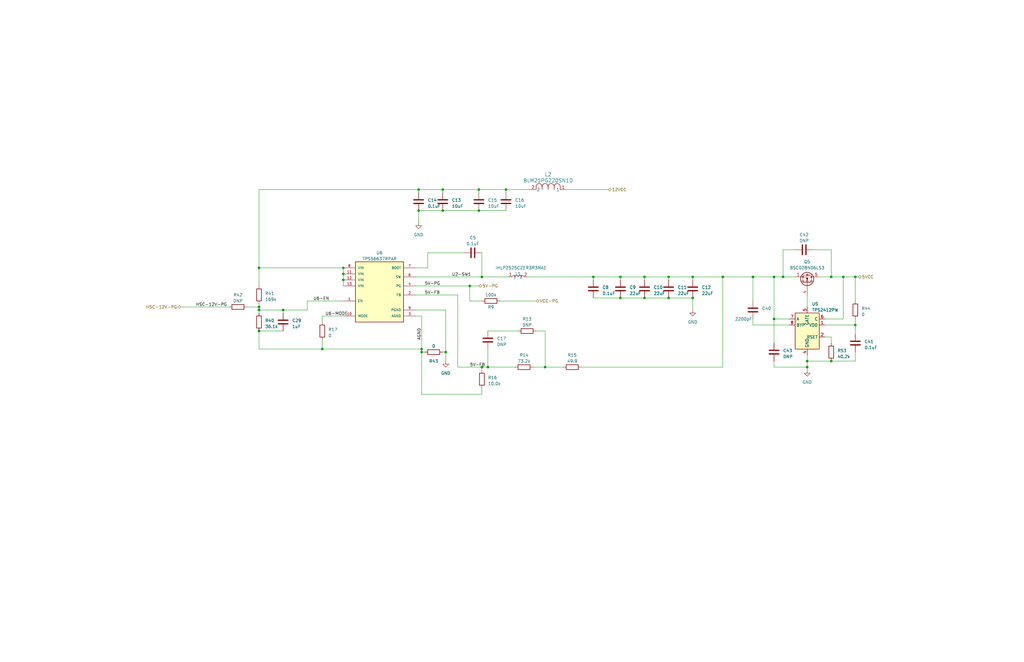
<source format=kicad_sch>
(kicad_sch (version 20231120) (generator "eeschema") (generator_version "8.0")
  (paper "B")
  (title_block (title "RP-PSC-FIXTURE") (date "2024-05-28") (rev "0") (company "TB4L") (comment 1 "hoangp@") (comment 2 "Confidential"))
  (lib_symbols
    (symbol "Device:C" (pin_numbers hide) (pin_names (offset 0.254))
      (property "Reference" "C" (at 0.635 2.54 0))
      (property "Value" "C" (at 0.635 -2.54 0))
      (symbol "C_0_1"
        (polyline (pts (xy -2.032 -0.762) (xy 2.032 -0.762)) (stroke (width 0.508)))
        (polyline (pts (xy -2.032 0.762) (xy 2.032 0.762)) (stroke (width 0.508)))
      )
      (symbol "C_1_1"
        (pin passive line (at 0 3.81 270) (length 2.794) (name "~") (number "1"))
        (pin passive line (at 0 -3.81 90) (length 2.794) (name "~") (number "2"))
      )
    )
    (symbol "Device:R" (pin_numbers hide) (pin_names (offset 0))
      (property "Reference" "R" (at 2.032 0 90))
      (property "Value" "R" (at 0 0 90))
      (symbol "R_0_1"
        (rectangle (start -1.016 -2.54) (end 1.016 2.54) (stroke (width 0.254)))
      )
      (symbol "R_1_1"
        (pin passive line (at 0 3.81 270) (length 1.27) (name "~") (number "1"))
        (pin passive line (at 0 -3.81 90) (length 1.27) (name "~") (number "2"))
      )
    )
    (symbol "Power_Management:TPS2412PW"
      (property "Reference" "U" (at -5.08 8.89 0))
      (property "Value" "TPS2412PW" (at 5.08 8.89 0))
      (symbol "TPS2412PW_0_1"
        (rectangle (start -5.08 7.62) (end 5.08 -7.62) (stroke (width 0.254)) (fill (type background)))
      )
      (symbol "TPS2412PW_1_1"
        (pin power_in line (at 7.62 2.54 180) (length 2.54) (name "VDD") (number "1"))
        (pin passive line (at 7.62 -2.54 180) (length 2.54) (name "RSET") (number "2"))
        (pin passive line (at 0 -10.16 90) (length 2.54) hide (name "GND") (number "3"))
        (pin power_in line (at 0 -10.16 90) (length 2.54) (name "GND") (number "4"))
        (pin output line (at 0 10.16 270) (length 2.54) (name "GATE") (number "5"))
        (pin input line (at 7.62 5.08 180) (length 2.54) (name "C") (number "6"))
        (pin input line (at -7.62 5.08 0) (length 2.54) (name "A") (number "7"))
        (pin passive line (at -7.62 2.54 0) (length 2.54) (name "BYP") (number "8"))
      )
    )
    (symbol "Transistor_FET:BSC028N06LS3" (pin_names hide)
      (property "Reference" "Q" (at 5.08 1.905 0))
      (property "Value" "BSC028N06LS3" (at 5.08 0 0))
      (symbol "BSC028N06LS3_0_1"
        (polyline (pts (xy 0.254 0) (xy -2.54 0)))
        (polyline (pts (xy 0.254 1.905) (xy 0.254 -1.905)) (stroke (width 0.254)))
        (polyline (pts (xy 0.762 -1.27) (xy 0.762 -2.286)) (stroke (width 0.254)))
        (polyline (pts (xy 0.762 0.508) (xy 0.762 -0.508)) (stroke (width 0.254)))
        (polyline (pts (xy 0.762 2.286) (xy 0.762 1.27)) (stroke (width 0.254)))
        (polyline (pts (xy 2.54 2.54) (xy 2.54 1.778)))
        (polyline (pts (xy 2.54 -2.54) (xy 2.54 0) (xy 0.762 0)))
        (polyline (pts (xy 0.762 -1.778) (xy 3.302 -1.778) (xy 3.302 1.778) (xy 0.762 1.778)))
        (polyline (pts (xy 1.016 0) (xy 2.032 0.381) (xy 2.032 -0.381) (xy 1.016 0)) (fill (type outline)))
        (polyline (pts (xy 2.794 0.508) (xy 2.921 0.381) (xy 3.683 0.381) (xy 3.81 0.254)))
        (polyline (pts (xy 3.302 0.381) (xy 2.921 -0.254) (xy 3.683 -0.254) (xy 3.302 0.381)))
        (circle (center 1.651 0) (radius 2.794) (stroke (width 0.254)))
        (circle (center 2.54 -1.778) (radius 0.254) (fill (type outline)))
        (circle (center 2.54 1.778) (radius 0.254) (fill (type outline)))
      )
      (symbol "BSC028N06LS3_1_1"
        (pin passive line (at 2.54 -5.08 90) (length 2.54) (name "S") (number "1"))
        (pin passive line (at 2.54 -5.08 90) (length 2.54) hide (name "S") (number "2"))
        (pin passive line (at 2.54 -5.08 90) (length 2.54) hide (name "S") (number "3"))
        (pin passive line (at -5.08 0 0) (length 2.54) (name "G") (number "4"))
        (pin passive line (at 2.54 5.08 270) (length 2.54) (name "D") (number "5"))
      )
    )
    (symbol "power:GND" (power) (pin_names (offset 0))
      (property "Value" "GND" (at 0 -3.81 0))
      (symbol "GND_0_1"
        (polyline (pts (xy 0 0) (xy 0 -1.27) (xy 1.27 -1.27) (xy 0 -2.54) (xy -1.27 -1.27) (xy 0 -1.27)))
      )
      (symbol "GND_1_1"
        (pin power_in line (at 0 0 270) (length 0) hide (name "GND") (number "1"))
      )
    )
    (symbol "rp:BLM21PG220SN1D" (pin_names (offset 0.254))
      (property "Reference" "L" (at 6.985 5.08 0))
      (property "Value" "BLM21PG220SN1D" (at 6.985 -2.54 0))
      (symbol "BLM21PG220SN1D_1_1"
        (polyline (pts (xy 2.54 0) (xy 2.54 1.27)) (stroke (width 0.2032)))
        (polyline (pts (xy 5.08 0) (xy 5.08 1.27)) (stroke (width 0.2032)))
        (polyline (pts (xy 7.62 0) (xy 7.62 1.27)) (stroke (width 0.2032)))
        (polyline (pts (xy 10.16 0) (xy 10.16 1.27)) (stroke (width 0.2032)))
        (polyline (pts (xy 12.7 0) (xy 12.7 1.27)) (stroke (width 0.2032)))
        (arc (start 5.08 1.27) (mid 3.81 2.5345) (end 2.54 1.27) (stroke (width 0.2032)))
        (arc (start 7.62 1.27) (mid 6.35 2.5345) (end 5.08 1.27) (stroke (width 0.2032)))
        (arc (start 10.16 1.27) (mid 8.89 2.5345) (end 7.62 1.27) (stroke (width 0.2032)))
        (arc (start 12.7 1.27) (mid 11.43 2.5345) (end 10.16 1.27) (stroke (width 0.2032)))
        (pin unspecified line (at 15.24 0 180) (length 2.54) (name "1") (number "1"))
        (pin unspecified line (at 0 0 0) (length 2.54) (name "2") (number "2"))
      )
      (symbol "BLM21PG220SN1D_1_2"
        (arc (start -1.27 5.08) (mid -2.5345 3.81) (end -1.27 2.54) (stroke (width 0.2032)))
        (arc (start -1.27 7.62) (mid -2.5345 6.35) (end -1.27 5.08) (stroke (width 0.2032)))
        (arc (start -1.27 10.16) (mid -2.5345 8.89) (end -1.27 7.62) (stroke (width 0.2032)))
        (arc (start -1.27 12.7) (mid -2.5345 11.43) (end -1.27 10.16) (stroke (width 0.2032)))
        (polyline (pts (xy 0 2.54) (xy -1.27 2.54)) (stroke (width 0.2032)))
        (polyline (pts (xy 0 5.08) (xy -1.27 5.08)) (stroke (width 0.2032)))
        (polyline (pts (xy 0 7.62) (xy -1.27 7.62)) (stroke (width 0.2032)))
        (polyline (pts (xy 0 10.16) (xy -1.27 10.16)) (stroke (width 0.2032)))
        (polyline (pts (xy 0 12.7) (xy -1.27 12.7)) (stroke (width 0.2032)))
        (pin unspecified line (at 0 15.24 270) (length 2.54) (name "1") (number "1"))
        (pin unspecified line (at 0 0 90) (length 2.54) (name "2") (number "2"))
      )
    )
    (symbol "rp:IHLP2525CZER3R3MA1"
      (property "Reference" "L" (at 0 0 0))
      (symbol "IHLP2525CZER3R3MA1_0_1"
        (arc (start 0 -2.54) (mid 0.6323 -1.905) (end 0 -1.27))
        (arc (start 0 -1.27) (mid 0.6323 -0.635) (end 0 0))
        (arc (start 0 0) (mid 0.6323 0.635) (end 0 1.27))
        (arc (start 0 1.27) (mid 0.6323 1.905) (end 0 2.54))
      )
      (symbol "IHLP2525CZER3R3MA1_1_1"
        (pin passive line (at 0 3.81 270) (length 1.27) (name "1") (number "1"))
        (pin passive line (at 0 -3.81 90) (length 1.27) (name "2") (number "2"))
      )
    )
    (symbol "rp:TPS56637RPAR" (pin_names (offset 1.016))
      (property "Reference" "U" (at -10.16 13.97 0))
      (property "Value" "TPS56637RPAR" (at -10.16 -13.97 0))
      (symbol "TPS56637RPAR_0_0"
        (rectangle (start -10.16 12.7) (end 10.16 -12.7) (stroke (width 0.254)) (fill (type background)))
        (pin input line (at -15.24 -3.81 0) (length 5.08) (name "EN") (number "1"))
        (pin input line (at -15.24 -10.16 0) (length 5.08) (name "MODE") (number "10"))
        (pin input line (at -15.24 7.62 0) (length 5.08) (name "VIN") (number "11"))
        (pin input line (at -15.24 5.08 0) (length 5.08) (name "VIN") (number "12"))
        (pin input line (at -15.24 2.54 0) (length 5.08) (name "VIN") (number "13"))
        (pin input line (at 15.24 -1.27 180) (length 5.08) (name "FB") (number "2"))
        (pin power_in line (at 15.24 -10.16 180) (length 5.08) (name "AGND") (number "3"))
        (pin output line (at 15.24 2.54 180) (length 5.08) (name "PG") (number "4"))
        (pin output line (at 15.24 6.35 180) (length 5.08) (name "SW") (number "6"))
        (pin input line (at 15.24 10.16 180) (length 5.08) (name "BOOT") (number "7"))
        (pin input line (at -15.24 10.16 0) (length 5.08) (name "VIN") (number "8"))
        (pin power_in line (at 15.24 -7.62 180) (length 5.08) (name "PGND") (number "9"))
      )
    )
  )
  (junction (at 326.39 116.84))
  (junction (at 177.8 148.59))
  (junction (at 350.52 116.84))
  (junction (at 304.8 116.84))
  (junction (at 176.53 80.01))
  (junction (at 360.68 116.84))
  (junction (at 340.36 154.94))
  (junction (at 201.93 80.01))
  (junction (at 144.78 113.03))
  (junction (at 261.62 116.84))
  (junction (at 119.38 130.81))
  (junction (at 205.74 154.94))
  (junction (at 177.8 147.32))
  (junction (at 292.1 116.84))
  (junction (at 271.78 116.84))
  (junction (at 360.68 137.16))
  (junction (at 176.53 88.9))
  (junction (at 198.12 120.65))
  (junction (at 109.22 129.54))
  (junction (at 350.52 152.4))
  (junction (at 229.87 154.94))
  (junction (at 144.78 118.11))
  (junction (at 355.6 116.84))
  (junction (at 144.78 115.57))
  (junction (at 292.1 125.73))
  (junction (at 317.5 116.84))
  (junction (at 186.69 88.9))
  (junction (at 203.2 154.94))
  (junction (at 271.78 125.73))
  (junction (at 340.36 152.4))
  (junction (at 261.62 125.73))
  (junction (at 201.93 88.9))
  (junction (at 281.94 116.84))
  (junction (at 281.94 125.73))
  (junction (at 187.96 148.59))
  (junction (at 250.19 116.84))
  (junction (at 186.69 80.01))
  (junction (at 109.22 130.81))
  (junction (at 135.89 147.32))
  (junction (at 213.36 80.01))
  (junction (at 203.2 116.84))
  (junction (at 326.39 134.62))
  (junction (at 109.22 139.7))
  (junction (at 330.2 116.84))
  (junction (at 109.22 113.03))
  (wire (pts (xy 350.52 142.24) (xy 350.52 144.78)))
  (wire (pts (xy 281.94 125.73) (xy 292.1 125.73)))
  (wire (pts (xy 109.22 147.32) (xy 109.22 139.7)))
  (wire (pts (xy 326.39 134.62) (xy 326.39 116.84)))
  (wire (pts (xy 186.69 81.28) (xy 186.69 80.01)))
  (wire (pts (xy 135.89 133.35) (xy 135.89 135.89)))
  (wire (pts (xy 304.8 154.94) (xy 304.8 116.84)))
  (wire (pts (xy 326.39 116.84) (xy 317.5 116.84)))
  (wire (pts (xy 135.89 147.32) (xy 177.8 147.32)))
  (wire (pts (xy 193.04 154.94) (xy 203.2 154.94)))
  (wire (pts (xy 201.93 81.28) (xy 201.93 80.01)))
  (wire (pts (xy 186.69 80.01) (xy 201.93 80.01)))
  (wire (pts (xy 119.38 130.81) (xy 109.22 130.81)))
  (wire (pts (xy 292.1 130.81) (xy 292.1 125.73)))
  (wire (pts (xy 76.2 129.54) (xy 96.52 129.54)))
  (wire (pts (xy 175.26 116.84) (xy 203.2 116.84)))
  (wire (pts (xy 109.22 113.03) (xy 109.22 120.65)))
  (wire (pts (xy 261.62 116.84) (xy 271.78 116.84)))
  (wire (pts (xy 144.78 127) (xy 129.54 127)))
  (wire (pts (xy 350.52 152.4) (xy 340.36 152.4)))
  (wire (pts (xy 340.36 129.54) (xy 340.36 124.46)))
  (wire (pts (xy 109.22 129.54) (xy 109.22 128.27)))
  (wire (pts (xy 326.39 154.94) (xy 340.36 154.94)))
  (wire (pts (xy 360.68 134.62) (xy 360.68 137.16)))
  (wire (pts (xy 345.44 116.84) (xy 350.52 116.84)))
  (wire (pts (xy 177.8 148.59) (xy 177.8 166.37)))
  (wire (pts (xy 347.98 142.24) (xy 350.52 142.24)))
  (wire (pts (xy 187.96 148.59) (xy 187.96 152.4)))
  (wire (pts (xy 203.2 116.84) (xy 203.2 106.68)))
  (wire (pts (xy 186.69 148.59) (xy 187.96 148.59)))
  (wire (pts (xy 326.39 116.84) (xy 330.2 116.84)))
  (wire (pts (xy 250.19 116.84) (xy 261.62 116.84)))
  (wire (pts (xy 317.5 137.16) (xy 317.5 134.62)))
  (wire (pts (xy 317.5 127) (xy 317.5 116.84)))
  (wire (pts (xy 144.78 118.11) (xy 144.78 115.57)))
  (wire (pts (xy 201.93 120.65) (xy 198.12 120.65)))
  (wire (pts (xy 360.68 116.84) (xy 361.95 116.84)))
  (wire (pts (xy 203.2 154.94) (xy 203.2 156.21)))
  (wire (pts (xy 261.62 118.11) (xy 261.62 116.84)))
  (wire (pts (xy 135.89 143.51) (xy 135.89 147.32)))
  (wire (pts (xy 326.39 144.78) (xy 326.39 134.62)))
  (wire (pts (xy 179.07 148.59) (xy 177.8 148.59)))
  (wire (pts (xy 317.5 116.84) (xy 304.8 116.84)))
  (wire (pts (xy 177.8 147.32) (xy 177.8 148.59)))
  (wire (pts (xy 210.82 127) (xy 226.06 127)))
  (wire (pts (xy 330.2 105.41) (xy 330.2 116.84)))
  (wire (pts (xy 203.2 116.84) (xy 214.63 116.84)))
  (wire (pts (xy 175.26 113.03) (xy 180.34 113.03)))
  (wire (pts (xy 360.68 140.97) (xy 360.68 137.16)))
  (wire (pts (xy 326.39 152.4) (xy 326.39 154.94)))
  (wire (pts (xy 109.22 147.32) (xy 135.89 147.32)))
  (wire (pts (xy 292.1 116.84) (xy 292.1 118.11)))
  (wire (pts (xy 180.34 106.68) (xy 195.58 106.68)))
  (wire (pts (xy 360.68 152.4) (xy 350.52 152.4)))
  (wire (pts (xy 223.52 80.01) (xy 213.36 80.01)))
  (wire (pts (xy 330.2 116.84) (xy 335.28 116.84)))
  (wire (pts (xy 177.8 166.37) (xy 203.2 166.37)))
  (wire (pts (xy 144.78 113.03) (xy 109.22 113.03)))
  (wire (pts (xy 180.34 113.03) (xy 180.34 106.68)))
  (wire (pts (xy 144.78 120.65) (xy 144.78 118.11)))
  (wire (pts (xy 198.12 120.65) (xy 198.12 127)))
  (wire (pts (xy 281.94 118.11) (xy 281.94 116.84)))
  (wire (pts (xy 238.76 80.01) (xy 256.54 80.01)))
  (wire (pts (xy 229.87 139.7) (xy 229.87 154.94)))
  (wire (pts (xy 201.93 88.9) (xy 186.69 88.9)))
  (wire (pts (xy 129.54 127) (xy 129.54 130.81)))
  (wire (pts (xy 213.36 88.9) (xy 201.93 88.9)))
  (wire (pts (xy 332.74 134.62) (xy 326.39 134.62)))
  (wire (pts (xy 261.62 125.73) (xy 271.78 125.73)))
  (wire (pts (xy 203.2 163.83) (xy 203.2 166.37)))
  (wire (pts (xy 213.36 81.28) (xy 213.36 80.01)))
  (wire (pts (xy 144.78 115.57) (xy 144.78 113.03)))
  (wire (pts (xy 340.36 152.4) (xy 340.36 154.94)))
  (wire (pts (xy 176.53 88.9) (xy 176.53 93.98)))
  (wire (pts (xy 205.74 147.32) (xy 205.74 154.94)))
  (wire (pts (xy 342.9 105.41) (xy 350.52 105.41)))
  (wire (pts (xy 175.26 120.65) (xy 198.12 120.65)))
  (wire (pts (xy 350.52 116.84) (xy 355.6 116.84)))
  (wire (pts (xy 176.53 80.01) (xy 186.69 80.01)))
  (wire (pts (xy 104.14 129.54) (xy 109.22 129.54)))
  (wire (pts (xy 201.93 80.01) (xy 213.36 80.01)))
  (wire (pts (xy 250.19 125.73) (xy 261.62 125.73)))
  (wire (pts (xy 187.96 130.81) (xy 187.96 148.59)))
  (wire (pts (xy 119.38 132.08) (xy 119.38 130.81)))
  (wire (pts (xy 177.8 133.35) (xy 177.8 147.32)))
  (wire (pts (xy 198.12 127) (xy 203.2 127)))
  (wire (pts (xy 109.22 132.08) (xy 109.22 130.81)))
  (wire (pts (xy 332.74 137.16) (xy 317.5 137.16)))
  (wire (pts (xy 360.68 127) (xy 360.68 116.84)))
  (wire (pts (xy 355.6 116.84) (xy 360.68 116.84)))
  (wire (pts (xy 347.98 134.62) (xy 355.6 134.62)))
  (wire (pts (xy 250.19 118.11) (xy 250.19 116.84)))
  (wire (pts (xy 222.25 116.84) (xy 250.19 116.84)))
  (wire (pts (xy 304.8 116.84) (xy 292.1 116.84)))
  (wire (pts (xy 129.54 130.81) (xy 119.38 130.81)))
  (wire (pts (xy 340.36 149.86) (xy 340.36 152.4)))
  (wire (pts (xy 360.68 148.59) (xy 360.68 152.4)))
  (wire (pts (xy 218.44 139.7) (xy 205.74 139.7)))
  (wire (pts (xy 335.28 105.41) (xy 330.2 105.41)))
  (wire (pts (xy 217.17 154.94) (xy 205.74 154.94)))
  (wire (pts (xy 226.06 139.7) (xy 229.87 139.7)))
  (wire (pts (xy 245.11 154.94) (xy 304.8 154.94)))
  (wire (pts (xy 281.94 116.84) (xy 292.1 116.84)))
  (wire (pts (xy 109.22 80.01) (xy 176.53 80.01)))
  (wire (pts (xy 135.89 133.35) (xy 144.78 133.35)))
  (wire (pts (xy 271.78 125.73) (xy 281.94 125.73)))
  (wire (pts (xy 119.38 139.7) (xy 109.22 139.7)))
  (wire (pts (xy 109.22 130.81) (xy 109.22 129.54)))
  (wire (pts (xy 350.52 105.41) (xy 350.52 116.84)))
  (wire (pts (xy 175.26 130.81) (xy 187.96 130.81)))
  (wire (pts (xy 175.26 124.46) (xy 193.04 124.46)))
  (wire (pts (xy 271.78 116.84) (xy 281.94 116.84)))
  (wire (pts (xy 355.6 134.62) (xy 355.6 116.84)))
  (wire (pts (xy 271.78 118.11) (xy 271.78 116.84)))
  (wire (pts (xy 193.04 124.46) (xy 193.04 154.94)))
  (wire (pts (xy 229.87 154.94) (xy 237.49 154.94)))
  (wire (pts (xy 347.98 137.16) (xy 360.68 137.16)))
  (wire (pts (xy 109.22 80.01) (xy 109.22 113.03)))
  (wire (pts (xy 205.74 154.94) (xy 203.2 154.94)))
  (wire (pts (xy 340.36 154.94) (xy 340.36 156.21)))
  (wire (pts (xy 224.79 154.94) (xy 229.87 154.94)))
  (wire (pts (xy 176.53 81.28) (xy 176.53 80.01)))
  (wire (pts (xy 175.26 133.35) (xy 177.8 133.35)))
  (wire (pts (xy 186.69 88.9) (xy 176.53 88.9)))
  (label "5V-FB" (at 198.12 154.94 0))
  (label "5V-PG" (at 179.07 120.65 0))
  (label "AGND" (at 177.8 143.51 90))
  (label "U6-MODE" (at 137.16 133.35 0))
  (label "U2-SW1" (at 190.5 116.84 0))
  (label "5V-FB" (at 179.07 124.46 0))
  (label "U6-EN" (at 132.08 127 0))
  (label "HSC-12V-PG" (at 82.55 129.54 0))
  (hierarchical_label "5V-PG" (shape bidirectional) (at 201.93 120.65 0))
  (hierarchical_label "HSC-12V-PG" (shape bidirectional) (at 76.2 129.54 180))
  (hierarchical_label "12VCC" (shape bidirectional) (at 256.54 80.01 0))
  (hierarchical_label "VCC-PG" (shape bidirectional) (at 226.06 127 0))
  (hierarchical_label "5VCC" (shape bidirectional) (at 361.95 116.84 0))
  (symbol (lib_id "power:GND") (at 340.36 156.21 0) (unit 1)
    (property "Reference" "#PWR044" (effects (hide yes)))
    (property "Value" "GND" (at 340.36 161.29 0))
  )
  (symbol (lib_id "Device:R") (at 220.98 154.94 90) (unit 1)
    (property "Reference" "R14" (at 220.98 149.86 90))
    (property "Value" "73.2k" (at 220.98 152.4 90))
    (property "Footprint" "Resistor_SMD:R_0603_1608Metric_Pad0.98x0.95mm_HandSolder" (effects (hide yes)))
  )
  (symbol (lib_id "Device:C") (at 292.1 121.92 0) (unit 1)
    (property "Reference" "C12" (at 295.91 121.285 0) (effects (justify left)))
    (property "Value" "22uF" (at 295.91 123.825 0) (effects (justify left)))
    (property "Footprint" "Capacitor_SMD:C_0805_2012Metric_Pad1.18x1.45mm_HandSolder" (effects (hide yes)))
    (property "Voltage" "16V" (effects (hide yes)))
  )
  (symbol (lib_id "Transistor_FET:BSC028N06LS3") (at 340.36 119.38 270) (mirror x) (unit 1)
    (property "Reference" "Q5" (at 340.36 110.49 90))
    (property "Value" "BSC028N06LS3" (at 340.36 113.03 90))
    (property "Footprint" "Package_TO_SOT_SMD:TDSON-8-1" (effects (hide yes)))
    (property "Datasheet" "http://www.infineon.com/dgdl/Infineon-BSC028N06LS3-DS-v02_02-en.pdf?fileId=db3a30431ddc9372011ebafa4c607f8c" (effects (hide yes)))
  )
  (symbol (lib_id "Device:C") (at 250.19 121.92 0) (unit 1)
    (property "Reference" "C8" (at 254 121.285 0) (effects (justify left)))
    (property "Value" "0.1uF" (at 254 123.825 0) (effects (justify left)))
    (property "Footprint" "Capacitor_SMD:C_0603_1608Metric_Pad1.08x0.95mm_HandSolder" (effects (hide yes)))
    (property "Voltage" "16V" (effects (hide yes)))
  )
  (symbol (lib_id "Device:C") (at 281.94 121.92 0) (unit 1)
    (property "Reference" "C11" (at 285.75 121.285 0) (effects (justify left)))
    (property "Value" "22uF" (at 285.75 123.825 0) (effects (justify left)))
    (property "Footprint" "Capacitor_SMD:C_0805_2012Metric_Pad1.18x1.45mm_HandSolder" (effects (hide yes)))
    (property "Voltage" "16V" (effects (hide yes)))
  )
  (symbol (lib_id "Device:R") (at 182.88 148.59 90) (unit 1)
    (property "Reference" "R43" (at 182.88 152.4 90))
    (property "Value" "0" (at 182.88 146.05 90))
    (property "Footprint" "Resistor_SMD:R_0603_1608Metric_Pad0.98x0.95mm_HandSolder" (effects (hide yes)))
  )
  (symbol (lib_id "Device:C") (at 326.39 148.59 180) (unit 1)
    (property "Reference" "C43" (at 330.2 147.955 0) (effects (justify right)))
    (property "Value" "DNP" (at 330.2 150.495 0) (effects (justify right)))
    (property "Footprint" "Capacitor_SMD:C_0603_1608Metric_Pad1.08x0.95mm_HandSolder" (effects (hide yes)))
  )
  (symbol (lib_id "Device:C") (at 339.09 105.41 90) (unit 1)
    (property "Reference" "C42" (at 339.09 99.06 90))
    (property "Value" "DNP" (at 339.09 101.6 90))
    (property "Footprint" "Capacitor_SMD:C_0603_1608Metric_Pad1.08x0.95mm_HandSolder" (effects (hide yes)))
  )
  (symbol (lib_id "Device:R") (at 135.89 139.7 0) (unit 1)
    (property "Reference" "R17" (at 138.43 139.065 0) (effects (justify left)))
    (property "Value" "0" (at 138.43 141.605 0) (effects (justify left)))
    (property "Footprint" "Resistor_SMD:R_0603_1608Metric_Pad0.98x0.95mm_HandSolder" (effects (hide yes)))
  )
  (symbol (lib_id "rp:TPS56637RPAR") (at 160.02 123.19 0) (unit 1)
    (property "Reference" "U6" (at 160.02 106.68 0))
    (property "Value" "TPS56637RPAR" (at 160.02 109.22 0))
    (property "Footprint" "Package_DFN_QFN:RPA0010A" (effects (hide yes)))
    (property "PARTREV" "A" (effects (hide yes)))
    (property "STANDARD" "Manufacturer recommendations" (effects (hide yes)))
    (property "MAXIMUM_PACKAGE_HEIGHT" "1.0mm" (effects (hide yes)))
    (property "MANUFACTURER" "Texas Instruments" (effects (hide yes)))
  )
  (symbol (lib_id "Device:C") (at 199.39 106.68 90) (unit 1)
    (property "Reference" "C5" (at 199.39 100.33 90))
    (property "Value" "0.1uF" (at 199.39 102.87 90))
    (property "Footprint" "Resistor_SMD:R_0603_1608Metric_Pad0.98x0.95mm_HandSolder" (effects (hide yes)))
    (property "Voltage" "25V" (effects (hide yes)))
  )
  (symbol (lib_id "Device:C") (at 201.93 85.09 0) (unit 1)
    (property "Reference" "C15" (at 205.74 84.455 0) (effects (justify left)))
    (property "Value" "10uF" (at 205.74 86.995 0) (effects (justify left)))
    (property "Footprint" "Capacitor_SMD:C_0603_1608Metric_Pad1.08x0.95mm_HandSolder" (effects (hide yes)))
    (property "Voltage" "25V" (effects (hide yes)))
  )
  (symbol (lib_id "Device:C") (at 176.53 85.09 0) (unit 1)
    (property "Reference" "C14" (at 180.34 84.455 0) (effects (justify left)))
    (property "Value" "0.1uF" (at 180.34 86.995 0) (effects (justify left)))
    (property "Footprint" "Capacitor_SMD:C_0603_1608Metric_Pad1.08x0.95mm_HandSolder" (effects (hide yes)))
    (property "Voltage" "25V" (effects (hide yes)))
  )
  (symbol (lib_id "Device:C") (at 360.68 144.78 0) (unit 1)
    (property "Reference" "C41" (at 364.49 144.145 0) (effects (justify left)))
    (property "Value" "0.1uF" (at 364.49 146.685 0) (effects (justify left)))
    (property "Footprint" "Capacitor_SMD:C_0603_1608Metric_Pad1.08x0.95mm_HandSolder" (effects (hide yes)))
    (property "Voltage" "16V" (effects (hide yes)))
  )
  (symbol (lib_id "Device:C") (at 186.69 85.09 0) (unit 1)
    (property "Reference" "C13" (at 190.5 84.455 0) (effects (justify left)))
    (property "Value" "10uF" (at 190.5 86.995 0) (effects (justify left)))
    (property "Footprint" "Capacitor_SMD:C_0603_1608Metric_Pad1.08x0.95mm_HandSolder" (effects (hide yes)))
    (property "Voltage" "25V" (effects (hide yes)))
  )
  (symbol (lib_id "Device:R") (at 203.2 160.02 0) (unit 1)
    (property "Reference" "R16" (at 205.74 159.385 0) (effects (justify left)))
    (property "Value" "10.0k" (at 205.74 161.925 0) (effects (justify left)))
    (property "Footprint" "Resistor_SMD:R_0603_1608Metric_Pad0.98x0.95mm_HandSolder" (effects (hide yes)))
  )
  (symbol (lib_id "Device:C") (at 213.36 85.09 0) (unit 1)
    (property "Reference" "C16" (at 217.17 84.455 0) (effects (justify left)))
    (property "Value" "10uF" (at 217.17 86.995 0) (effects (justify left)))
    (property "Footprint" "Capacitor_SMD:C_0603_1608Metric_Pad1.08x0.95mm_HandSolder" (effects (hide yes)))
    (property "Voltage" "25V" (effects (hide yes)))
  )
  (symbol (lib_id "power:GND") (at 187.96 152.4 0) (unit 1)
    (property "Reference" "#PWR011" (effects (hide yes)))
    (property "Value" "GND" (at 187.96 157.48 0))
  )
  (symbol (lib_id "Device:C") (at 317.5 130.81 0) (unit 1)
    (property "Reference" "C40" (at 321.31 130.175 0) (effects (justify left)))
    (property "Value" "2200pF" (at 309.88 134.62 0) (effects (justify left)))
    (property "Footprint" "Capacitor_SMD:C_0603_1608Metric_Pad1.08x0.95mm_HandSolder" (effects (hide yes)))
    (property "Voltage" "16V" (effects (hide yes)))
  )
  (symbol (lib_id "power:GND") (at 176.53 93.98 0) (unit 1)
    (property "Reference" "#PWR015" (effects (hide yes)))
    (property "Value" "GND" (at 176.53 99.06 0))
  )
  (symbol (lib_id "Device:R") (at 350.52 148.59 0) (unit 1)
    (property "Reference" "R53" (at 353.06 147.955 0) (effects (justify left)))
    (property "Value" "40.2k" (at 353.06 150.495 0) (effects (justify left)))
    (property "Footprint" "Resistor_SMD:R_0603_1608Metric_Pad0.98x0.95mm_HandSolder" (effects (hide yes)))
  )
  (symbol (lib_id "Device:R") (at 241.3 154.94 90) (unit 1)
    (property "Reference" "R15" (at 241.3 149.86 90))
    (property "Value" "49.9" (at 241.3 152.4 90))
    (property "Footprint" "Resistor_SMD:R_0603_1608Metric_Pad0.98x0.95mm_HandSolder" (effects (hide yes)))
  )
  (symbol (lib_id "power:GND") (at 292.1 130.81 0) (unit 1)
    (property "Reference" "#PWR031" (effects (hide yes)))
    (property "Value" "GND" (at 292.1 135.89 0))
  )
  (symbol (lib_id "Device:R") (at 109.22 124.46 0) (unit 1)
    (property "Reference" "R41" (at 111.76 123.825 0) (effects (justify left)))
    (property "Value" "169k" (at 111.76 126.365 0) (effects (justify left)))
    (property "Footprint" "Resistor_SMD:R_0603_1608Metric_Pad0.98x0.95mm_HandSolder" (effects (hide yes)))
  )
  (symbol (lib_id "Power_Management:TPS2412PW") (at 340.36 139.7 0) (unit 1)
    (property "Reference" "U5" (at 342.3159 128.27 0) (effects (justify left)))
    (property "Value" "TPS2412PW" (at 342.3159 130.81 0) (effects (justify left)))
    (property "Footprint" "Package_SO:TSSOP-8_4.4x3mm_P0.65mm" (effects (hide yes)))
    (property "Datasheet" "http://www.ti.com/lit/ds/symlink/tps2412.pdf" (effects (hide yes)))
  )
  (symbol (lib_id "Device:R") (at 109.22 135.89 0) (unit 1)
    (property "Reference" "R40" (at 111.76 135.255 0) (effects (justify left)))
    (property "Value" "36.1k" (at 111.76 137.795 0) (effects (justify left)))
    (property "Footprint" "Resistor_SMD:R_0603_1608Metric_Pad0.98x0.95mm_HandSolder" (effects (hide yes)))
  )
  (symbol (lib_id "Device:C") (at 271.78 121.92 0) (unit 1)
    (property "Reference" "C10" (at 275.59 121.285 0) (effects (justify left)))
    (property "Value" "22uF" (at 275.59 123.825 0) (effects (justify left)))
    (property "Footprint" "Capacitor_SMD:C_0805_2012Metric_Pad1.18x1.45mm_HandSolder" (effects (hide yes)))
    (property "Voltage" "16V" (effects (hide yes)))
  )
  (symbol (lib_id "Device:R") (at 100.33 129.54 90) (unit 1)
    (property "Reference" "R42" (at 100.33 124.46 90))
    (property "Value" "DNP" (at 100.33 127 90))
    (property "Footprint" "Resistor_SMD:R_0603_1608Metric_Pad0.98x0.95mm_HandSolder" (effects (hide yes)))
  )
  (symbol (lib_id "rp:IHLP2525CZER3R3MA1") (at 218.44 116.84 90) (unit 1)
    (property "Reference" "L1" (at 218.44 115.57 90))
    (property "Value" "IHLP2525CZER3R3MA1" (at 219.71 113.03 90))
    (property "Footprint" "Inductor_SMD:IND_IHLP_2525_CZ_VIS" (effects (hide yes)))
  )
  (symbol (lib_id "Device:R") (at 222.25 139.7 90) (unit 1)
    (property "Reference" "R13" (at 222.25 134.62 90))
    (property "Value" "DNP" (at 222.25 137.16 90))
    (property "Footprint" "Resistor_SMD:R_0603_1608Metric_Pad0.98x0.95mm_HandSolder" (effects (hide yes)))
  )
  (symbol (lib_id "Device:C") (at 205.74 143.51 0) (unit 1)
    (property "Reference" "C17" (at 209.55 142.875 0) (effects (justify left)))
    (property "Value" "DNP" (at 209.55 145.415 0) (effects (justify left)))
    (property "Footprint" "Capacitor_SMD:C_0603_1608Metric_Pad1.08x0.95mm_HandSolder" (effects (hide yes)))
  )
  (symbol (lib_id "Device:R") (at 207.01 127 90) (unit 1)
    (property "Reference" "R9" (at 207.01 129.54 90))
    (property "Value" "100k" (at 207.01 124.46 90))
    (property "Footprint" "Resistor_SMD:R_0603_1608Metric_Pad0.98x0.95mm_HandSolder" (effects (hide yes)))
  )
  (symbol (lib_id "Device:C") (at 261.62 121.92 0) (unit 1)
    (property "Reference" "C9" (at 265.43 121.285 0) (effects (justify left)))
    (property "Value" "22uF" (at 265.43 123.825 0) (effects (justify left)))
    (property "Footprint" "Capacitor_SMD:C_0805_2012Metric_Pad1.18x1.45mm_HandSolder" (effects (hide yes)))
    (property "Voltage" "16V" (effects (hide yes)))
  )
  (symbol (lib_id "rp:BLM21PG220SN1D") (at 223.52 80.01 0) (unit 1)
    (property "Reference" "L2" (at 231.14 73.66 0) (effects (font (size 1.524 1.524))))
    (property "Value" "BLM21PG220SN1D" (at 231.14 76.2 0) (effects (font (size 1.524 1.524))))
    (property "Footprint" "Inductor_SMD:IND_BLM21_MUR" (effects (hide yes)))
    (property "Datasheet" "BLM21PG220SN1D" (effects (hide yes)))
  )
  (symbol (lib_id "Device:C") (at 119.38 135.89 0) (unit 1)
    (property "Reference" "C29" (at 123.19 135.255 0) (effects (justify left)))
    (property "Value" "1uF" (at 123.19 137.795 0) (effects (justify left)))
    (property "Footprint" "Resistor_SMD:R_0603_1608Metric_Pad0.98x0.95mm_HandSolder" (effects (hide yes)))
    (property "Voltage" "25V" (effects (hide yes)))
  )
  (symbol (lib_id "Device:R") (at 360.68 130.81 0) (unit 1)
    (property "Reference" "R44" (at 363.22 130.175 0) (effects (justify left)))
    (property "Value" "0" (at 363.22 132.715 0) (effects (justify left)))
    (property "Footprint" "Resistor_SMD:R_0603_1608Metric_Pad0.98x0.95mm_HandSolder" (effects (hide yes)))
  )
)
</source>
